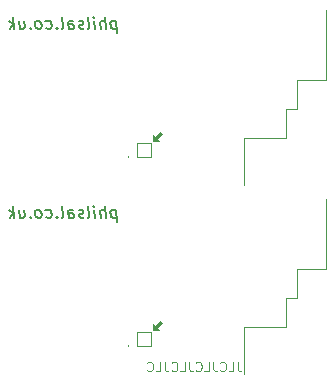
<source format=gbr>
G04 #@! TF.GenerationSoftware,KiCad,Pcbnew,(5.1.5)-3*
G04 #@! TF.CreationDate,2020-05-21T23:45:32+02:00*
G04 #@! TF.ProjectId,STRF_Panel,53545246-5f50-4616-9e65-6c2e6b696361,rev?*
G04 #@! TF.SameCoordinates,Original*
G04 #@! TF.FileFunction,Legend,Bot*
G04 #@! TF.FilePolarity,Positive*
%FSLAX46Y46*%
G04 Gerber Fmt 4.6, Leading zero omitted, Abs format (unit mm)*
G04 Created by KiCad (PCBNEW (5.1.5)-3) date 2020-05-21 23:45:32*
%MOMM*%
%LPD*%
G04 APERTURE LIST*
%ADD10C,0.100000*%
%ADD11C,0.120000*%
%ADD12C,0.150000*%
G04 APERTURE END LIST*
D10*
X41795238Y-56861904D02*
X41795238Y-57433333D01*
X41833333Y-57547619D01*
X41909523Y-57623809D01*
X42023809Y-57661904D01*
X42100000Y-57661904D01*
X41033333Y-57661904D02*
X41414285Y-57661904D01*
X41414285Y-56861904D01*
X40309523Y-57585714D02*
X40347619Y-57623809D01*
X40461904Y-57661904D01*
X40538095Y-57661904D01*
X40652380Y-57623809D01*
X40728571Y-57547619D01*
X40766666Y-57471428D01*
X40804761Y-57319047D01*
X40804761Y-57204761D01*
X40766666Y-57052380D01*
X40728571Y-56976190D01*
X40652380Y-56900000D01*
X40538095Y-56861904D01*
X40461904Y-56861904D01*
X40347619Y-56900000D01*
X40309523Y-56938095D01*
X39738095Y-56861904D02*
X39738095Y-57433333D01*
X39776190Y-57547619D01*
X39852380Y-57623809D01*
X39966666Y-57661904D01*
X40042857Y-57661904D01*
X38976190Y-57661904D02*
X39357142Y-57661904D01*
X39357142Y-56861904D01*
X38252380Y-57585714D02*
X38290476Y-57623809D01*
X38404761Y-57661904D01*
X38480952Y-57661904D01*
X38595238Y-57623809D01*
X38671428Y-57547619D01*
X38709523Y-57471428D01*
X38747619Y-57319047D01*
X38747619Y-57204761D01*
X38709523Y-57052380D01*
X38671428Y-56976190D01*
X38595238Y-56900000D01*
X38480952Y-56861904D01*
X38404761Y-56861904D01*
X38290476Y-56900000D01*
X38252380Y-56938095D01*
X37680952Y-56861904D02*
X37680952Y-57433333D01*
X37719047Y-57547619D01*
X37795238Y-57623809D01*
X37909523Y-57661904D01*
X37985714Y-57661904D01*
X36919047Y-57661904D02*
X37300000Y-57661904D01*
X37300000Y-56861904D01*
X36195238Y-57585714D02*
X36233333Y-57623809D01*
X36347619Y-57661904D01*
X36423809Y-57661904D01*
X36538095Y-57623809D01*
X36614285Y-57547619D01*
X36652380Y-57471428D01*
X36690476Y-57319047D01*
X36690476Y-57204761D01*
X36652380Y-57052380D01*
X36614285Y-56976190D01*
X36538095Y-56900000D01*
X36423809Y-56861904D01*
X36347619Y-56861904D01*
X36233333Y-56900000D01*
X36195238Y-56938095D01*
X35623809Y-56861904D02*
X35623809Y-57433333D01*
X35661904Y-57547619D01*
X35738095Y-57623809D01*
X35852380Y-57661904D01*
X35928571Y-57661904D01*
X34861904Y-57661904D02*
X35242857Y-57661904D01*
X35242857Y-56861904D01*
X34138095Y-57585714D02*
X34176190Y-57623809D01*
X34290476Y-57661904D01*
X34366666Y-57661904D01*
X34480952Y-57623809D01*
X34557142Y-57547619D01*
X34595238Y-57471428D01*
X34633333Y-57319047D01*
X34633333Y-57204761D01*
X34595238Y-57052380D01*
X34557142Y-56976190D01*
X34480952Y-56900000D01*
X34366666Y-56861904D01*
X34290476Y-56861904D01*
X34176190Y-56900000D01*
X34138095Y-56938095D01*
D11*
X46850000Y-50125000D02*
X46850000Y-51225000D01*
X45900000Y-53900000D02*
X43850000Y-53900000D01*
X42325000Y-53900000D02*
X42675000Y-53900000D01*
X42325000Y-53900000D02*
X42325000Y-57900000D01*
X33260000Y-54320000D02*
X34460000Y-54320000D01*
X42700000Y-53900000D02*
X43850000Y-53900000D01*
X34460000Y-54670000D02*
X34460000Y-55520000D01*
X34210000Y-55520000D02*
X33260000Y-55520000D01*
X49250000Y-48250000D02*
X49250000Y-49000000D01*
X33260000Y-55470000D02*
X33260000Y-54320000D01*
X34460000Y-54320000D02*
X34460000Y-54670000D01*
X46200000Y-51475000D02*
X45925000Y-51475000D01*
X45900000Y-51925000D02*
X45900000Y-53900000D01*
X49250000Y-43050000D02*
X49250000Y-48225000D01*
X49250000Y-49000000D02*
X47950000Y-49000000D01*
X46850000Y-51225000D02*
X46850000Y-51475000D01*
X45900000Y-51475000D02*
X45900000Y-51925000D01*
D10*
G36*
X35400000Y-53610000D02*
G01*
X35000000Y-54010000D01*
X35150000Y-54160000D01*
X34650000Y-54160000D01*
X34650000Y-53660000D01*
X34800000Y-53810000D01*
X35200000Y-53410000D01*
X35400000Y-53610000D01*
G37*
X35400000Y-53610000D02*
X35000000Y-54010000D01*
X35150000Y-54160000D01*
X34650000Y-54160000D01*
X34650000Y-53660000D01*
X34800000Y-53810000D01*
X35200000Y-53410000D01*
X35400000Y-53610000D01*
D11*
X46850000Y-49000000D02*
X46850000Y-50100000D01*
X47925000Y-49000000D02*
X46850000Y-49000000D01*
X46825000Y-51475000D02*
X46225000Y-51475000D01*
X32520000Y-55510000D02*
X32520000Y-55460000D01*
X34460000Y-55520000D02*
X34210000Y-55520000D01*
D12*
X31466651Y-43985714D02*
X31591651Y-44985714D01*
X31472604Y-44033333D02*
X31371413Y-43985714D01*
X31180937Y-43985714D01*
X31091651Y-44033333D01*
X31049985Y-44080952D01*
X31014270Y-44176190D01*
X31049985Y-44461904D01*
X31109508Y-44557142D01*
X31163080Y-44604761D01*
X31264270Y-44652380D01*
X31454747Y-44652380D01*
X31544032Y-44604761D01*
X30645223Y-44652380D02*
X30520223Y-43652380D01*
X30216651Y-44652380D02*
X30151175Y-44128571D01*
X30186889Y-44033333D01*
X30276175Y-43985714D01*
X30419032Y-43985714D01*
X30520223Y-44033333D01*
X30573794Y-44080952D01*
X29740461Y-44652380D02*
X29657127Y-43985714D01*
X29615461Y-43652380D02*
X29669032Y-43700000D01*
X29627366Y-43747619D01*
X29573794Y-43700000D01*
X29615461Y-43652380D01*
X29627366Y-43747619D01*
X29121413Y-44652380D02*
X29210699Y-44604761D01*
X29246413Y-44509523D01*
X29139270Y-43652380D01*
X28782127Y-44604761D02*
X28692842Y-44652380D01*
X28502366Y-44652380D01*
X28401175Y-44604761D01*
X28341651Y-44509523D01*
X28335699Y-44461904D01*
X28371413Y-44366666D01*
X28460699Y-44319047D01*
X28603556Y-44319047D01*
X28692842Y-44271428D01*
X28728556Y-44176190D01*
X28722604Y-44128571D01*
X28663080Y-44033333D01*
X28561889Y-43985714D01*
X28419032Y-43985714D01*
X28329747Y-44033333D01*
X27502366Y-44652380D02*
X27436889Y-44128571D01*
X27472604Y-44033333D01*
X27561889Y-43985714D01*
X27752366Y-43985714D01*
X27853556Y-44033333D01*
X27496413Y-44604761D02*
X27597604Y-44652380D01*
X27835699Y-44652380D01*
X27924985Y-44604761D01*
X27960699Y-44509523D01*
X27948794Y-44414285D01*
X27889270Y-44319047D01*
X27788080Y-44271428D01*
X27549985Y-44271428D01*
X27448794Y-44223809D01*
X26883318Y-44652380D02*
X26972604Y-44604761D01*
X27008318Y-44509523D01*
X26901175Y-43652380D01*
X26490461Y-44557142D02*
X26448794Y-44604761D01*
X26502366Y-44652380D01*
X26544032Y-44604761D01*
X26490461Y-44557142D01*
X26502366Y-44652380D01*
X25591651Y-44604761D02*
X25692842Y-44652380D01*
X25883318Y-44652380D01*
X25972604Y-44604761D01*
X26014270Y-44557142D01*
X26049985Y-44461904D01*
X26014270Y-44176190D01*
X25954747Y-44080952D01*
X25901175Y-44033333D01*
X25799985Y-43985714D01*
X25609508Y-43985714D01*
X25520223Y-44033333D01*
X25026175Y-44652380D02*
X25115461Y-44604761D01*
X25157127Y-44557142D01*
X25192842Y-44461904D01*
X25157127Y-44176190D01*
X25097604Y-44080952D01*
X25044032Y-44033333D01*
X24942842Y-43985714D01*
X24799985Y-43985714D01*
X24710699Y-44033333D01*
X24669032Y-44080952D01*
X24633318Y-44176190D01*
X24669032Y-44461904D01*
X24728556Y-44557142D01*
X24782127Y-44604761D01*
X24883318Y-44652380D01*
X25026175Y-44652380D01*
X24252366Y-44557142D02*
X24210699Y-44604761D01*
X24264270Y-44652380D01*
X24305937Y-44604761D01*
X24252366Y-44557142D01*
X24264270Y-44652380D01*
X23276175Y-43985714D02*
X23359508Y-44652380D01*
X23704747Y-43985714D02*
X23770223Y-44509523D01*
X23734508Y-44604761D01*
X23645223Y-44652380D01*
X23502366Y-44652380D01*
X23401175Y-44604761D01*
X23347604Y-44557142D01*
X22883318Y-44652380D02*
X22758318Y-43652380D01*
X22740461Y-44271428D02*
X22502366Y-44652380D01*
X22419032Y-43985714D02*
X22847604Y-44366666D01*
D11*
X45900000Y-35925000D02*
X45900000Y-37900000D01*
X45900000Y-35475000D02*
X45900000Y-35925000D01*
D10*
G36*
X35400000Y-37610000D02*
G01*
X35000000Y-38010000D01*
X35150000Y-38160000D01*
X34650000Y-38160000D01*
X34650000Y-37660000D01*
X34800000Y-37810000D01*
X35200000Y-37410000D01*
X35400000Y-37610000D01*
G37*
X35400000Y-37610000D02*
X35000000Y-38010000D01*
X35150000Y-38160000D01*
X34650000Y-38160000D01*
X34650000Y-37660000D01*
X34800000Y-37810000D01*
X35200000Y-37410000D01*
X35400000Y-37610000D01*
D11*
X32520000Y-39510000D02*
X32520000Y-39460000D01*
X34210000Y-39520000D02*
X33260000Y-39520000D01*
X34460000Y-39520000D02*
X34210000Y-39520000D01*
X34460000Y-38670000D02*
X34460000Y-39520000D01*
X34460000Y-38320000D02*
X34460000Y-38670000D01*
X33260000Y-38320000D02*
X34460000Y-38320000D01*
X33260000Y-39470000D02*
X33260000Y-38320000D01*
X42325000Y-37900000D02*
X42325000Y-41900000D01*
X42325000Y-37900000D02*
X42675000Y-37900000D01*
X42700000Y-37900000D02*
X43850000Y-37900000D01*
X45900000Y-37900000D02*
X43850000Y-37900000D01*
X46200000Y-35475000D02*
X45925000Y-35475000D01*
X46825000Y-35475000D02*
X46225000Y-35475000D01*
X46850000Y-35225000D02*
X46850000Y-35475000D01*
X46850000Y-34125000D02*
X46850000Y-35225000D01*
X46850000Y-33000000D02*
X46850000Y-34100000D01*
X47925000Y-33000000D02*
X46850000Y-33000000D01*
X49250000Y-33000000D02*
X47950000Y-33000000D01*
X49250000Y-32250000D02*
X49250000Y-33000000D01*
X49250000Y-27050000D02*
X49250000Y-32225000D01*
D12*
X31466651Y-27985714D02*
X31591651Y-28985714D01*
X31472604Y-28033333D02*
X31371413Y-27985714D01*
X31180937Y-27985714D01*
X31091651Y-28033333D01*
X31049985Y-28080952D01*
X31014270Y-28176190D01*
X31049985Y-28461904D01*
X31109508Y-28557142D01*
X31163080Y-28604761D01*
X31264270Y-28652380D01*
X31454747Y-28652380D01*
X31544032Y-28604761D01*
X30645223Y-28652380D02*
X30520223Y-27652380D01*
X30216651Y-28652380D02*
X30151175Y-28128571D01*
X30186889Y-28033333D01*
X30276175Y-27985714D01*
X30419032Y-27985714D01*
X30520223Y-28033333D01*
X30573794Y-28080952D01*
X29740461Y-28652380D02*
X29657127Y-27985714D01*
X29615461Y-27652380D02*
X29669032Y-27700000D01*
X29627366Y-27747619D01*
X29573794Y-27700000D01*
X29615461Y-27652380D01*
X29627366Y-27747619D01*
X29121413Y-28652380D02*
X29210699Y-28604761D01*
X29246413Y-28509523D01*
X29139270Y-27652380D01*
X28782127Y-28604761D02*
X28692842Y-28652380D01*
X28502366Y-28652380D01*
X28401175Y-28604761D01*
X28341651Y-28509523D01*
X28335699Y-28461904D01*
X28371413Y-28366666D01*
X28460699Y-28319047D01*
X28603556Y-28319047D01*
X28692842Y-28271428D01*
X28728556Y-28176190D01*
X28722604Y-28128571D01*
X28663080Y-28033333D01*
X28561889Y-27985714D01*
X28419032Y-27985714D01*
X28329747Y-28033333D01*
X27502366Y-28652380D02*
X27436889Y-28128571D01*
X27472604Y-28033333D01*
X27561889Y-27985714D01*
X27752366Y-27985714D01*
X27853556Y-28033333D01*
X27496413Y-28604761D02*
X27597604Y-28652380D01*
X27835699Y-28652380D01*
X27924985Y-28604761D01*
X27960699Y-28509523D01*
X27948794Y-28414285D01*
X27889270Y-28319047D01*
X27788080Y-28271428D01*
X27549985Y-28271428D01*
X27448794Y-28223809D01*
X26883318Y-28652380D02*
X26972604Y-28604761D01*
X27008318Y-28509523D01*
X26901175Y-27652380D01*
X26490461Y-28557142D02*
X26448794Y-28604761D01*
X26502366Y-28652380D01*
X26544032Y-28604761D01*
X26490461Y-28557142D01*
X26502366Y-28652380D01*
X25591651Y-28604761D02*
X25692842Y-28652380D01*
X25883318Y-28652380D01*
X25972604Y-28604761D01*
X26014270Y-28557142D01*
X26049985Y-28461904D01*
X26014270Y-28176190D01*
X25954747Y-28080952D01*
X25901175Y-28033333D01*
X25799985Y-27985714D01*
X25609508Y-27985714D01*
X25520223Y-28033333D01*
X25026175Y-28652380D02*
X25115461Y-28604761D01*
X25157127Y-28557142D01*
X25192842Y-28461904D01*
X25157127Y-28176190D01*
X25097604Y-28080952D01*
X25044032Y-28033333D01*
X24942842Y-27985714D01*
X24799985Y-27985714D01*
X24710699Y-28033333D01*
X24669032Y-28080952D01*
X24633318Y-28176190D01*
X24669032Y-28461904D01*
X24728556Y-28557142D01*
X24782127Y-28604761D01*
X24883318Y-28652380D01*
X25026175Y-28652380D01*
X24252366Y-28557142D02*
X24210699Y-28604761D01*
X24264270Y-28652380D01*
X24305937Y-28604761D01*
X24252366Y-28557142D01*
X24264270Y-28652380D01*
X23276175Y-27985714D02*
X23359508Y-28652380D01*
X23704747Y-27985714D02*
X23770223Y-28509523D01*
X23734508Y-28604761D01*
X23645223Y-28652380D01*
X23502366Y-28652380D01*
X23401175Y-28604761D01*
X23347604Y-28557142D01*
X22883318Y-28652380D02*
X22758318Y-27652380D01*
X22740461Y-28271428D02*
X22502366Y-28652380D01*
X22419032Y-27985714D02*
X22847604Y-28366666D01*
M02*

</source>
